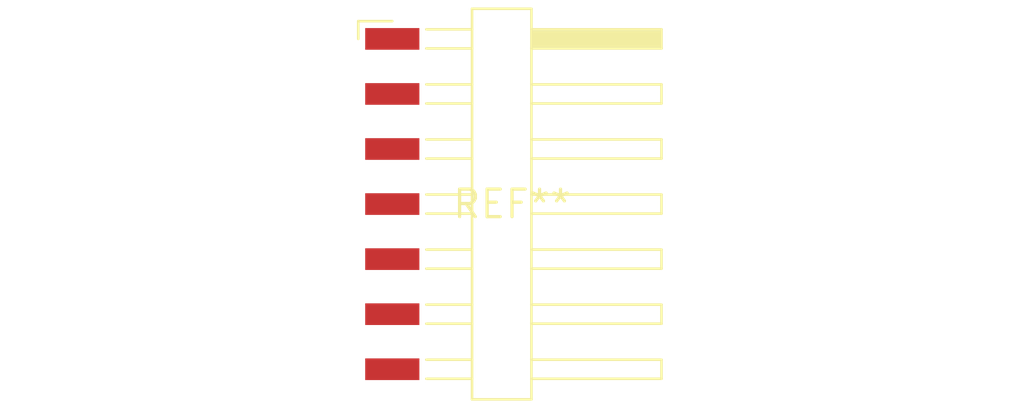
<source format=kicad_pcb>
(kicad_pcb (version 20240108) (generator pcbnew)
  (layers (0 "F.Cu" signal) (31 "B.Cu" signal) (34 "B.Paste" user) (35 "F.Paste" user) (36 "B.SilkS" user "B.Silkscreen") (37 "F.SilkS" user "F.Silkscreen") (38 "B.Mask" user) (39 "F.Mask" user) (44 "Edge.Cuts" user))
  (net 0 "")
  (footprint "Harwin_M20-89007xx_1x07_P2.54mm_Horizontal" (layer "F.Cu") (at 0 0)
    (property "Reference" "REF**")
    (property "Value" "Harwin_M20-89007xx_1x07_P2.54mm_Horizontal")
    (fp_line (start -7.095 -8.44) (end -5.525 -8.44) (layer "F.SilkS") (stroke (width 0.12)))
    (fp_line (start -7.095 -7.62) (end -7.095 -8.44) (layer "F.SilkS") (stroke (width 0.12)))
    (fp_line (start -3.955 -8.06) (end -1.845 -8.06) (layer "F.SilkS") (stroke (width 0.12)))
    (fp_line (start -3.955 -7.18) (end -1.845 -7.18) (layer "F.SilkS") (stroke (width 0.12)))
    (fp_line (start -3.955 -5.52) (end -1.845 -5.52) (layer "F.SilkS") (stroke (width 0.12)))
    (fp_line (start -3.955 -4.64) (end -1.845 -4.64) (layer "F.SilkS") (stroke (width 0.12)))
    (fp_line (start -3.955 -2.98) (end -1.845 -2.98) (layer "F.SilkS") (stroke (width 0.12)))
    (fp_line (start -3.955 -2.1) (end -1.845 -2.1) (layer "F.SilkS") (stroke (width 0.12)))
    (fp_line (start -3.955 -0.44) (end -1.845 -0.44) (layer "F.SilkS") (stroke (width 0.12)))
    (fp_line (start -3.955 0.44) (end -1.845 0.44) (layer "F.SilkS") (stroke (width 0.12)))
    (fp_line (start -3.955 2.1) (end -1.845 2.1) (layer "F.SilkS") (stroke (width 0.12)))
    (fp_line (start -3.955 2.98) (end -1.845 2.98) (layer "F.SilkS") (stroke (width 0.12)))
    (fp_line (start -3.955 4.64) (end -1.845 4.64) (layer "F.SilkS") (stroke (width 0.12)))
    (fp_line (start -3.955 5.52) (end -1.845 5.52) (layer "F.SilkS") (stroke (width 0.12)))
    (fp_line (start -3.955 7.18) (end -1.845 7.18) (layer "F.SilkS") (stroke (width 0.12)))
    (fp_line (start -3.955 8.06) (end -1.845 8.06) (layer "F.SilkS") (stroke (width 0.12)))
    (fp_line (start -1.845 -9.01) (end 0.895 -9.01) (layer "F.SilkS") (stroke (width 0.12)))
    (fp_line (start -1.845 9.01) (end -1.845 -9.01) (layer "F.SilkS") (stroke (width 0.12)))
    (fp_line (start 0.895 -9.01) (end 0.895 9.01) (layer "F.SilkS") (stroke (width 0.12)))
    (fp_line (start 0.895 -8.06) (end 6.895 -8.06) (layer "F.SilkS") (stroke (width 0.12)))
    (fp_line (start 0.895 -5.52) (end 6.895 -5.52) (layer "F.SilkS") (stroke (width 0.12)))
    (fp_line (start 0.895 -2.98) (end 6.895 -2.98) (layer "F.SilkS") (stroke (width 0.12)))
    (fp_line (start 0.895 -0.44) (end 6.895 -0.44) (layer "F.SilkS") (stroke (width 0.12)))
    (fp_line (start 0.895 2.1) (end 6.895 2.1) (layer "F.SilkS") (stroke (width 0.12)))
    (fp_line (start 0.895 4.64) (end 6.895 4.64) (layer "F.SilkS") (stroke (width 0.12)))
    (fp_line (start 0.895 7.18) (end 6.895 7.18) (layer "F.SilkS") (stroke (width 0.12)))
    (fp_line (start 0.895 9.01) (end -1.845 9.01) (layer "F.SilkS") (stroke (width 0.12)))
    (fp_line (start 6.895 -8.06) (end 6.895 -7.18) (layer "F.SilkS") (stroke (width 0.12)))
    (fp_line (start 6.895 -7.18) (end 0.895 -7.18) (layer "F.SilkS") (stroke (width 0.12)))
    (fp_line (start 6.895 -5.52) (end 6.895 -4.64) (layer "F.SilkS") (stroke (width 0.12)))
    (fp_line (start 6.895 -4.64) (end 0.895 -4.64) (layer "F.SilkS") (stroke (width 0.12)))
    (fp_line (start 6.895 -2.98) (end 6.895 -2.1) (layer "F.SilkS") (stroke (width 0.12)))
    (fp_line (start 6.895 -2.1) (end 0.895 -2.1) (layer "F.SilkS") (stroke (width 0.12)))
    (fp_line (start 6.895 -0.44) (end 6.895 0.44) (layer "F.SilkS") (stroke (width 0.12)))
    (fp_line (start 6.895 0.44) (end 0.895 0.44) (layer "F.SilkS") (stroke (width 0.12)))
    (fp_line (start 6.895 2.1) (end 6.895 2.98) (layer "F.SilkS") (stroke (width 0.12)))
    (fp_line (start 6.895 2.98) (end 0.895 2.98) (layer "F.SilkS") (stroke (width 0.12)))
    (fp_line (start 6.895 4.64) (end 6.895 5.52) (layer "F.SilkS") (stroke (width 0.12)))
    (fp_line (start 6.895 5.52) (end 0.895 5.52) (layer "F.SilkS") (stroke (width 0.12)))
    (fp_line (start 6.895 7.18) (end 6.895 8.06) (layer "F.SilkS") (stroke (width 0.12)))
    (fp_line (start 6.895 8.06) (end 0.895 8.06) (layer "F.SilkS") (stroke (width 0.12)))
    (pad "" smd rect (at 3.895 -7.62) (size 6 0.76) (layers "F.SilkS"))
    (pad "1" smd rect (at -5.525 -7.62) (size 2.5 1) (layers "F.Cu" "F.Paste" "F.Mask"))
    (pad "2" smd rect (at -5.525 -5.08) (size 2.5 1) (layers "F.Cu" "F.Paste" "F.Mask"))
    (pad "3" smd rect (at -5.525 -2.54) (size 2.5 1) (layers "F.Cu" "F.Paste" "F.Mask"))
    (pad "4" smd rect (at -5.525 0) (size 2.5 1) (layers "F.Cu" "F.Paste" "F.Mask"))
    (pad "5" smd rect (at -5.525 2.54) (size 2.5 1) (layers "F.Cu" "F.Paste" "F.Mask"))
    (pad "6" smd rect (at -5.525 5.08) (size 2.5 1) (layers "F.Cu" "F.Paste" "F.Mask"))
    (pad "7" smd rect (at -5.525 7.62) (size 2.5 1) (layers "F.Cu" "F.Paste" "F.Mask"))
  )
)
</source>
